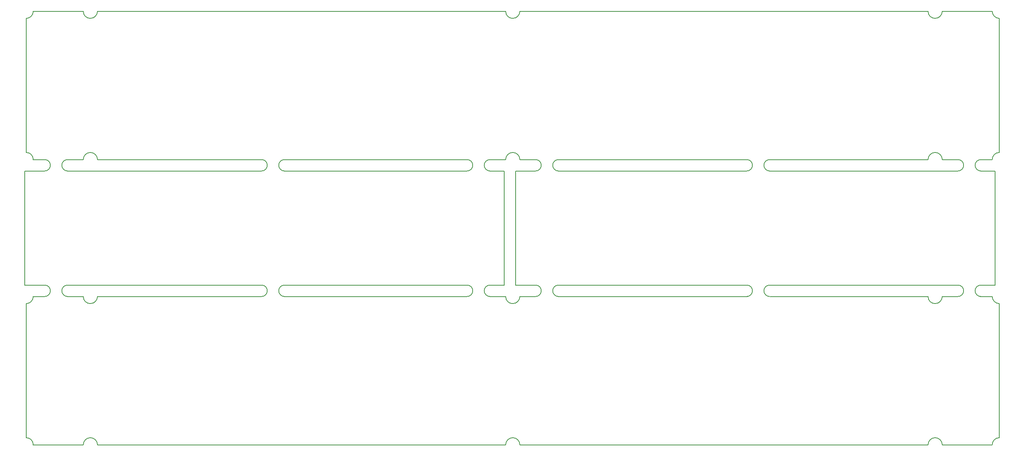
<source format=gbr>
G04 #@! TF.FileFunction,Profile,NP*
%FSLAX46Y46*%
G04 Gerber Fmt 4.6, Leading zero omitted, Abs format (unit mm)*
G04 Created by KiCad (PCBNEW 4.0.4-1.fc25-product) date Wed Feb 22 20:12:38 2017*
%MOMM*%
%LPD*%
G01*
G04 APERTURE LIST*
%ADD10C,0.100000*%
%ADD11C,0.150000*%
G04 APERTURE END LIST*
D10*
D11*
X195580000Y-142240000D02*
X168148000Y-142240000D01*
X200660000Y-142240000D02*
X203835000Y-142240000D01*
X309753000Y-144780000D02*
X310515000Y-144780000D01*
X309880000Y-142240000D02*
X313055000Y-142240000D01*
X304800000Y-142240000D02*
X277622000Y-142240000D01*
X304800000Y-144780000D02*
X301371000Y-144780000D01*
X263017000Y-144780000D02*
X298069000Y-144780000D01*
X262890000Y-142240000D02*
X277622000Y-142240000D01*
X257810000Y-142240000D02*
X215900000Y-142240000D01*
X215900000Y-144780000D02*
X257937000Y-144780000D01*
X207391000Y-144780000D02*
X210820000Y-144780000D01*
X210820000Y-142240000D02*
X206375000Y-142240000D01*
X200660000Y-144780000D02*
X204089000Y-144780000D01*
X154940000Y-144780000D02*
X195580000Y-144780000D01*
X154940000Y-142240000D02*
X168402000Y-142240000D01*
X149860000Y-144780000D02*
X113411000Y-144780000D01*
X106680000Y-142240000D02*
X149860000Y-142240000D01*
X106680000Y-144780000D02*
X110109000Y-144780000D01*
X101600000Y-144780000D02*
X100965000Y-144780000D01*
X97155000Y-142240000D02*
X101600000Y-142240000D01*
X195580000Y-116840000D02*
X168148000Y-116840000D01*
X200660000Y-116840000D02*
X203835000Y-116840000D01*
X206375000Y-116840000D02*
X210820000Y-116840000D01*
X257810000Y-116840000D02*
X215900000Y-116840000D01*
X262890000Y-116840000D02*
X277495000Y-116840000D01*
X304800000Y-116840000D02*
X277495000Y-116840000D01*
X309880000Y-116840000D02*
X313055000Y-116840000D01*
X309880000Y-114300000D02*
X310642000Y-114300000D01*
X304800000Y-114300000D02*
X301371000Y-114300000D01*
X262890000Y-114300000D02*
X298069000Y-114300000D01*
X215900000Y-114300000D02*
X257810000Y-114300000D01*
X210820000Y-114300000D02*
X207391000Y-114300000D01*
X200660000Y-114300000D02*
X204089000Y-114300000D01*
X154940000Y-114300000D02*
X195580000Y-114300000D01*
X106680000Y-114300000D02*
X110109000Y-114300000D01*
X149860000Y-114300000D02*
X113411000Y-114300000D01*
X154940000Y-116840000D02*
X168275000Y-116840000D01*
X106680000Y-116840000D02*
X149860000Y-116840000D01*
X101600000Y-116840000D02*
X97155000Y-116840000D01*
X101600000Y-114300000D02*
X100330000Y-114300000D01*
X100330000Y-114300000D02*
X100965000Y-114300000D01*
X214630000Y-115570000D02*
G75*
G03X215900000Y-116840000I1270000J0D01*
G01*
X215900000Y-114300000D02*
G75*
G03X214630000Y-115570000I0J-1270000D01*
G01*
X212090000Y-115570000D02*
G75*
G03X210820000Y-114300000I-1270000J0D01*
G01*
X210820000Y-116840000D02*
G75*
G03X212090000Y-115570000I0J1270000D01*
G01*
X199390000Y-115570000D02*
G75*
G03X200660000Y-116840000I1270000J0D01*
G01*
X200660000Y-114300000D02*
G75*
G03X199390000Y-115570000I0J-1270000D01*
G01*
X196850000Y-115570000D02*
G75*
G03X195580000Y-114300000I-1270000J0D01*
G01*
X195580000Y-116840000D02*
G75*
G03X196850000Y-115570000I0J1270000D01*
G01*
X153670000Y-115570000D02*
G75*
G03X154940000Y-116840000I1270000J0D01*
G01*
X154940000Y-114300000D02*
G75*
G03X153670000Y-115570000I0J-1270000D01*
G01*
X151130000Y-115570000D02*
G75*
G03X149860000Y-114300000I-1270000J0D01*
G01*
X149860000Y-116840000D02*
G75*
G03X151130000Y-115570000I0J1270000D01*
G01*
X105410000Y-115570000D02*
G75*
G03X106680000Y-116840000I1270000J0D01*
G01*
X106680000Y-114300000D02*
G75*
G03X105410000Y-115570000I0J-1270000D01*
G01*
X102870000Y-115570000D02*
G75*
G03X101600000Y-114300000I-1270000J0D01*
G01*
X101600000Y-116840000D02*
G75*
G03X102870000Y-115570000I0J1270000D01*
G01*
X102870000Y-143510000D02*
G75*
G03X101600000Y-142240000I-1270000J0D01*
G01*
X101600000Y-144780000D02*
G75*
G03X102870000Y-143510000I0J1270000D01*
G01*
X105410000Y-143510000D02*
G75*
G03X106680000Y-144780000I1270000J0D01*
G01*
X106680000Y-142240000D02*
G75*
G03X105410000Y-143510000I0J-1270000D01*
G01*
X153670000Y-143510000D02*
G75*
G03X154940000Y-144780000I1270000J0D01*
G01*
X154940000Y-142240000D02*
G75*
G03X153670000Y-143510000I0J-1270000D01*
G01*
X151130000Y-143510000D02*
G75*
G03X149860000Y-142240000I-1270000J0D01*
G01*
X149860000Y-144780000D02*
G75*
G03X151130000Y-143510000I0J1270000D01*
G01*
X196850000Y-143510000D02*
G75*
G03X195580000Y-142240000I-1270000J0D01*
G01*
X195580000Y-144780000D02*
G75*
G03X196850000Y-143510000I0J1270000D01*
G01*
X199390000Y-143510000D02*
G75*
G03X200660000Y-144780000I1270000J0D01*
G01*
X200660000Y-142240000D02*
G75*
G03X199390000Y-143510000I0J-1270000D01*
G01*
X214630000Y-143510000D02*
G75*
G03X215900000Y-144780000I1270000J0D01*
G01*
X215900000Y-142240000D02*
G75*
G03X214630000Y-143510000I0J-1270000D01*
G01*
X210820000Y-144780000D02*
G75*
G03X212090000Y-143510000I0J1270000D01*
G01*
X212090000Y-143510000D02*
G75*
G03X210820000Y-142240000I-1270000J0D01*
G01*
X261620000Y-143510000D02*
G75*
G03X262890000Y-144780000I1270000J0D01*
G01*
X262890000Y-142240000D02*
G75*
G03X261620000Y-143510000I0J-1270000D01*
G01*
X257810000Y-144780000D02*
G75*
G03X259080000Y-143510000I0J1270000D01*
G01*
X259080000Y-143510000D02*
G75*
G03X257810000Y-142240000I-1270000J0D01*
G01*
X308610000Y-143510000D02*
G75*
G03X309880000Y-144780000I1270000J0D01*
G01*
X309880000Y-142240000D02*
G75*
G03X308610000Y-143510000I0J-1270000D01*
G01*
X306070000Y-143510000D02*
G75*
G03X304800000Y-142240000I-1270000J0D01*
G01*
X304800000Y-144780000D02*
G75*
G03X306070000Y-143510000I0J1270000D01*
G01*
X259080000Y-115570000D02*
G75*
G03X257810000Y-114300000I-1270000J0D01*
G01*
X257810000Y-116840000D02*
G75*
G03X259080000Y-115570000I0J1270000D01*
G01*
X261620000Y-115570000D02*
G75*
G03X262890000Y-116840000I1270000J0D01*
G01*
X262890000Y-114300000D02*
G75*
G03X261620000Y-115570000I0J-1270000D01*
G01*
X308610000Y-115570000D02*
G75*
G03X309880000Y-116840000I1270000J0D01*
G01*
X309880000Y-114300000D02*
G75*
G03X308610000Y-115570000I0J-1270000D01*
G01*
X306070000Y-115570000D02*
G75*
G03X304800000Y-114300000I-1270000J0D01*
G01*
X304800000Y-116840000D02*
G75*
G03X306070000Y-115570000I0J1270000D01*
G01*
X203835000Y-134620000D02*
X203835000Y-139700000D01*
X203835000Y-119380000D02*
X203835000Y-124460000D01*
X203835000Y-119380000D02*
X203835000Y-116840000D01*
X203835000Y-124460000D02*
X203835000Y-134620000D01*
X203835000Y-142240000D02*
X203835000Y-139700000D01*
X97155000Y-116840000D02*
X97155000Y-142240000D01*
X313055000Y-134620000D02*
X313055000Y-139700000D01*
X313055000Y-119380000D02*
X313055000Y-124460000D01*
X313055000Y-119380000D02*
X313055000Y-116840000D01*
X313055000Y-124460000D02*
X313055000Y-134620000D01*
X313055000Y-142240000D02*
X313055000Y-139700000D01*
X206375000Y-116840000D02*
X206375000Y-142240000D01*
X100330000Y-81280000D02*
X100965000Y-81280000D01*
X312420000Y-114300000D02*
X310515000Y-114300000D01*
X310515000Y-81280000D02*
X311150000Y-81280000D01*
X312420000Y-81280000D02*
X310832500Y-81280000D01*
X99060000Y-114300000D02*
X100647500Y-114300000D01*
X99060000Y-81280000D02*
X100647500Y-81280000D01*
X310769000Y-81280000D02*
X301371000Y-81280000D01*
X314007500Y-112649000D02*
X314007500Y-82931000D01*
X314007500Y-112712500D02*
G75*
G03X312420000Y-114300000I0J-1587500D01*
G01*
X312420000Y-81280000D02*
G75*
G03X314007500Y-82867500I1587500J0D01*
G01*
X100711000Y-81280000D02*
X110109000Y-81280000D01*
X97472500Y-82931000D02*
X97472500Y-87630000D01*
X97472500Y-112649000D02*
X97472500Y-108585000D01*
X99060000Y-114300000D02*
G75*
G03X97472500Y-112712500I-1587500J0D01*
G01*
X97472500Y-82867500D02*
G75*
G03X99060000Y-81280000I0J1587500D01*
G01*
X207391000Y-81280000D02*
X298069000Y-81280000D01*
X113411000Y-81280000D02*
X204089000Y-81280000D01*
X204152500Y-81280000D02*
G75*
G03X205740000Y-82867500I1587500J0D01*
G01*
X298132500Y-81280000D02*
G75*
G03X299720000Y-82867500I1587500J0D01*
G01*
X299720000Y-82867500D02*
G75*
G03X301307500Y-81280000I0J1587500D01*
G01*
X299720000Y-112712500D02*
G75*
G03X298132500Y-114300000I0J-1587500D01*
G01*
X301307500Y-114300000D02*
G75*
G03X299720000Y-112712500I-1587500J0D01*
G01*
X113347500Y-114300000D02*
G75*
G03X111760000Y-112712500I-1587500J0D01*
G01*
X111760000Y-112712500D02*
G75*
G03X110172500Y-114300000I0J-1587500D01*
G01*
X111760000Y-82867500D02*
G75*
G03X113347500Y-81280000I0J1587500D01*
G01*
X110172500Y-81280000D02*
G75*
G03X111760000Y-82867500I1587500J0D01*
G01*
X97472500Y-92710000D02*
X97472500Y-87630000D01*
X97472500Y-102870000D02*
X97472500Y-108585000D01*
X205740000Y-112712500D02*
G75*
G03X204152500Y-114300000I0J-1587500D01*
G01*
X207327500Y-114300000D02*
G75*
G03X205740000Y-112712500I-1587500J0D01*
G01*
X205740000Y-82867500D02*
G75*
G03X207327500Y-81280000I0J1587500D01*
G01*
X97472500Y-92710000D02*
X97472500Y-102870000D01*
X100330000Y-144780000D02*
X100965000Y-144780000D01*
X100330000Y-177800000D02*
X100965000Y-177800000D01*
X312420000Y-177800000D02*
X310515000Y-177800000D01*
X310515000Y-144780000D02*
X311150000Y-144780000D01*
X312420000Y-144780000D02*
X310832500Y-144780000D01*
X99060000Y-177800000D02*
X100647500Y-177800000D01*
X99060000Y-144780000D02*
X100647500Y-144780000D01*
X314007500Y-176149000D02*
X314007500Y-146431000D01*
X301371000Y-177800000D02*
X310769000Y-177800000D01*
X314007500Y-176212500D02*
G75*
G03X312420000Y-177800000I0J-1587500D01*
G01*
X312420000Y-144780000D02*
G75*
G03X314007500Y-146367500I1587500J0D01*
G01*
X100711000Y-177800000D02*
X110109000Y-177800000D01*
X97472500Y-146431000D02*
X97472500Y-151130000D01*
X97472500Y-176149000D02*
X97472500Y-172085000D01*
X99060000Y-177800000D02*
G75*
G03X97472500Y-176212500I-1587500J0D01*
G01*
X97472500Y-146367500D02*
G75*
G03X99060000Y-144780000I0J1587500D01*
G01*
X204089000Y-177800000D02*
X113411000Y-177800000D01*
X207391000Y-177800000D02*
X298069000Y-177800000D01*
X204152500Y-144780000D02*
G75*
G03X205740000Y-146367500I1587500J0D01*
G01*
X298132500Y-144780000D02*
G75*
G03X299720000Y-146367500I1587500J0D01*
G01*
X299720000Y-146367500D02*
G75*
G03X301307500Y-144780000I0J1587500D01*
G01*
X299720000Y-176212500D02*
G75*
G03X298132500Y-177800000I0J-1587500D01*
G01*
X301307500Y-177800000D02*
G75*
G03X299720000Y-176212500I-1587500J0D01*
G01*
X113347500Y-177800000D02*
G75*
G03X111760000Y-176212500I-1587500J0D01*
G01*
X111760000Y-176212500D02*
G75*
G03X110172500Y-177800000I0J-1587500D01*
G01*
X111760000Y-146367500D02*
G75*
G03X113347500Y-144780000I0J1587500D01*
G01*
X110172500Y-144780000D02*
G75*
G03X111760000Y-146367500I1587500J0D01*
G01*
X97472500Y-156210000D02*
X97472500Y-151130000D01*
X97472500Y-166370000D02*
X97472500Y-172085000D01*
X205740000Y-176212500D02*
G75*
G03X204152500Y-177800000I0J-1587500D01*
G01*
X207327500Y-177800000D02*
G75*
G03X205740000Y-176212500I-1587500J0D01*
G01*
X205740000Y-146367500D02*
G75*
G03X207327500Y-144780000I0J1587500D01*
G01*
X97472500Y-156210000D02*
X97472500Y-166370000D01*
M02*

</source>
